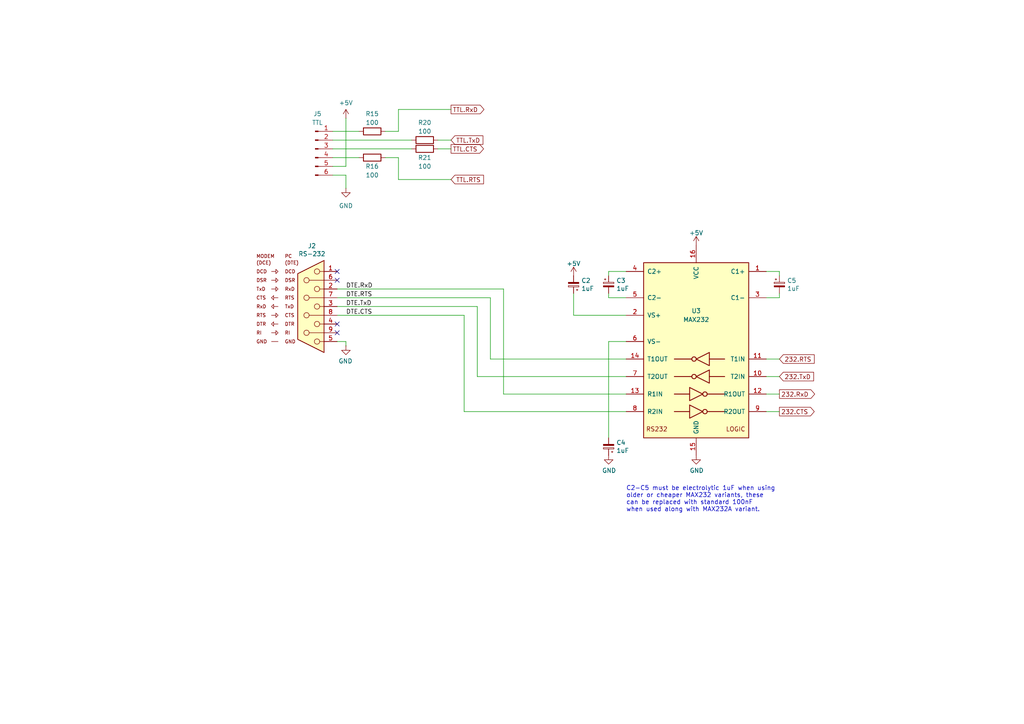
<source format=kicad_sch>
(kicad_sch (version 20231120) (generator "eeschema") (generator_version "8.0")
  (paper "A4")
  (title_block (title "BulkyModem Module (RS-232)") (rev "A"))
  (lib_symbols
    (symbol "Connector:Conn_01x06_Pin" (pin_names (offset 1.016) hide)
      (property "Reference" "J" (at 0 7.62 0))
      (property "Value" "Conn_01x06_Pin" (at 0 -10.16 0))
      (symbol "Conn_01x06_Pin_1_1"
        (polyline (pts (xy 1.27 -7.62) (xy 0.8636 -7.62)) (stroke (width 0.1524)))
        (polyline (pts (xy 1.27 -5.08) (xy 0.8636 -5.08)) (stroke (width 0.1524)))
        (polyline (pts (xy 1.27 -2.54) (xy 0.8636 -2.54)) (stroke (width 0.1524)))
        (polyline (pts (xy 1.27 0) (xy 0.8636 0)) (stroke (width 0.1524)))
        (polyline (pts (xy 1.27 2.54) (xy 0.8636 2.54)) (stroke (width 0.1524)))
        (polyline (pts (xy 1.27 5.08) (xy 0.8636 5.08)) (stroke (width 0.1524)))
        (rectangle (start 0.8636 -7.493) (end 0 -7.747) (stroke (width 0.1524)) (fill (type outline)))
        (rectangle (start 0.8636 -4.953) (end 0 -5.207) (stroke (width 0.1524)) (fill (type outline)))
        (rectangle (start 0.8636 -2.413) (end 0 -2.667) (stroke (width 0.1524)) (fill (type outline)))
        (rectangle (start 0.8636 0.127) (end 0 -0.127) (stroke (width 0.1524)) (fill (type outline)))
        (rectangle (start 0.8636 2.667) (end 0 2.413) (stroke (width 0.1524)) (fill (type outline)))
        (rectangle (start 0.8636 5.207) (end 0 4.953) (stroke (width 0.1524)) (fill (type outline)))
        (pin passive line (at 5.08 5.08 180) (length 3.81) (name "Pin_1") (number "1"))
        (pin passive line (at 5.08 2.54 180) (length 3.81) (name "Pin_2") (number "2"))
        (pin passive line (at 5.08 0 180) (length 3.81) (name "Pin_3") (number "3"))
        (pin passive line (at 5.08 -2.54 180) (length 3.81) (name "Pin_4") (number "4"))
        (pin passive line (at 5.08 -5.08 180) (length 3.81) (name "Pin_5") (number "5"))
        (pin passive line (at 5.08 -7.62 180) (length 3.81) (name "Pin_6") (number "6"))
      )
    )
    (symbol "Device:C_Polarized_Small" (pin_numbers hide) (pin_names (offset 0.254) hide)
      (property "Reference" "C" (at 0.254 1.778 0))
      (property "Value" "C_Polarized_Small" (at 0.254 -2.032 0))
      (symbol "C_Polarized_Small_0_1"
        (rectangle (start -1.524 -0.3048) (end 1.524 -0.6858) (fill (type outline)))
        (rectangle (start -1.524 0.6858) (end 1.524 0.3048))
        (polyline (pts (xy -1.27 1.524) (xy -0.762 1.524)))
        (polyline (pts (xy -1.016 1.27) (xy -1.016 1.778)))
      )
      (symbol "C_Polarized_Small_1_1"
        (pin passive line (at 0 2.54 270) (length 1.8542) (name "~") (number "1"))
        (pin passive line (at 0 -2.54 90) (length 1.8542) (name "~") (number "2"))
      )
    )
    (symbol "Device:R" (pin_numbers hide) (pin_names (offset 0))
      (property "Reference" "R" (at 2.032 0 90))
      (property "Value" "R" (at 0 0 90))
      (symbol "R_0_1"
        (rectangle (start -1.016 -2.54) (end 1.016 2.54) (stroke (width 0.254)))
      )
      (symbol "R_1_1"
        (pin passive line (at 0 3.81 270) (length 1.27) (name "~") (number "1"))
        (pin passive line (at 0 -3.81 90) (length 1.27) (name "~") (number "2"))
      )
    )
    (symbol "Interface_UART:MAX232" (pin_names (offset 1.016))
      (property "Reference" "U" (at -2.54 28.575 0))
      (property "Value" "MAX232" (at -2.54 26.67 0))
      (symbol "MAX232_0_0"
        (text "LOGIC" (at -11.43 -22.86 0) (effects (font (size 1.27 1.27))))
        (text "RS232" (at 11.43 -22.86 0) (effects (font (size 1.27 1.27))))
      )
      (symbol "MAX232_0_1"
        (rectangle (start -15.24 -25.4) (end 15.24 25.4) (stroke (width 0.254)) (fill (type background)))
        (circle (center -2.54 -17.78) (radius 0.635) (stroke (width 0.254)))
        (circle (center -2.54 -12.7) (radius 0.635) (stroke (width 0.254)))
        (polyline (pts (xy -3.81 -7.62) (xy -8.255 -7.62)) (stroke (width 0.254)))
        (polyline (pts (xy -3.81 -2.54) (xy -8.255 -2.54)) (stroke (width 0.254)))
        (polyline (pts (xy -3.175 -17.78) (xy -8.255 -17.78)) (stroke (width 0.254)))
        (polyline (pts (xy -3.175 -12.7) (xy -8.255 -12.7)) (stroke (width 0.254)))
        (polyline (pts (xy 1.27 -7.62) (xy 6.35 -7.62)) (stroke (width 0.254)))
        (polyline (pts (xy 1.27 -2.54) (xy 6.35 -2.54)) (stroke (width 0.254)))
        (polyline (pts (xy 1.905 -17.78) (xy 6.35 -17.78)) (stroke (width 0.254)))
        (polyline (pts (xy 1.905 -12.7) (xy 6.35 -12.7)) (stroke (width 0.254)))
        (polyline (pts (xy -3.81 -5.715) (xy -3.81 -9.525) (xy 0 -7.62) (xy -3.81 -5.715)) (stroke (width 0.254)))
        (polyline (pts (xy -3.81 -0.635) (xy -3.81 -4.445) (xy 0 -2.54) (xy -3.81 -0.635)) (stroke (width 0.254)))
        (polyline (pts (xy 1.905 -15.875) (xy 1.905 -19.685) (xy -1.905 -17.78) (xy 1.905 -15.875)) (stroke (width 0.254)))
        (polyline (pts (xy 1.905 -10.795) (xy 1.905 -14.605) (xy -1.905 -12.7) (xy 1.905 -10.795)) (stroke (width 0.254)))
        (circle (center 0.635 -7.62) (radius 0.635) (stroke (width 0.254)))
        (circle (center 0.635 -2.54) (radius 0.635) (stroke (width 0.254)))
      )
      (symbol "MAX232_1_1"
        (pin passive line (at -20.32 22.86 0) (length 5.08) (name "C1+") (number "1"))
        (pin input line (at -20.32 -7.62 0) (length 5.08) (name "T2IN") (number "10"))
        (pin input line (at -20.32 -2.54 0) (length 5.08) (name "T1IN") (number "11"))
        (pin output line (at -20.32 -12.7 0) (length 5.08) (name "R1OUT") (number "12"))
        (pin input line (at 20.32 -12.7 180) (length 5.08) (name "R1IN") (number "13"))
        (pin output line (at 20.32 -2.54 180) (length 5.08) (name "T1OUT") (number "14"))
        (pin power_in line (at 0 -30.48 90) (length 5.08) (name "GND") (number "15"))
        (pin power_in line (at 0 30.48 270) (length 5.08) (name "VCC") (number "16"))
        (pin power_out line (at 20.32 10.16 180) (length 5.08) (name "VS+") (number "2"))
        (pin passive line (at -20.32 15.24 0) (length 5.08) (name "C1-") (number "3"))
        (pin passive line (at 20.32 22.86 180) (length 5.08) (name "C2+") (number "4"))
        (pin passive line (at 20.32 15.24 180) (length 5.08) (name "C2-") (number "5"))
        (pin power_out line (at 20.32 2.54 180) (length 5.08) (name "VS-") (number "6"))
        (pin output line (at 20.32 -7.62 180) (length 5.08) (name "T2OUT") (number "7"))
        (pin input line (at 20.32 -17.78 180) (length 5.08) (name "R2IN") (number "8"))
        (pin output line (at -20.32 -17.78 0) (length 5.08) (name "R2OUT") (number "9"))
      )
    )
    (symbol "power:+5V" (power) (pin_numbers hide) (pin_names (offset 0) hide)
      (property "Value" "+5V" (at 0 3.556 0))
      (symbol "+5V_0_1"
        (polyline (pts (xy -0.762 1.27) (xy 0 2.54)))
        (polyline (pts (xy 0 0) (xy 0 2.54)))
        (polyline (pts (xy 0 2.54) (xy 0.762 1.27)))
      )
      (symbol "+5V_1_1"
        (pin power_in line (at 0 0 90) (length 0) (name "~") (number "1"))
      )
    )
    (symbol "power:GND" (power) (pin_numbers hide) (pin_names (offset 0) hide)
      (property "Value" "GND" (at 0 -3.81 0))
      (symbol "GND_0_1"
        (polyline (pts (xy 0 0) (xy 0 -1.27) (xy 1.27 -1.27) (xy 0 -2.54) (xy -1.27 -1.27) (xy 0 -1.27)))
      )
      (symbol "GND_1_1"
        (pin power_in line (at 0 0 270) (length 0) (name "~") (number "1"))
      )
    )
    (symbol "rs232_port:RS232_DTE" (pin_names (offset 1.016) hide)
      (property "Reference" "J" (at 0 13.97 0))
      (property "Value" "RS232_DTE" (at 0 -14.605 0))
      (symbol "RS232_DTE_0_0"
        (text "DSR" (at 15.875 7.62 0) (effects (font (size 0.9906 0.9906)) (justify right)))
      )
      (symbol "RS232_DTE_0_1"
        (circle (center -1.778 -10.16) (radius 0.762))
        (circle (center -1.778 -5.08) (radius 0.762))
        (circle (center -1.778 0) (radius 0.762))
        (circle (center -1.778 5.08) (radius 0.762))
        (circle (center -1.778 10.16) (radius 0.762))
        (polyline (pts (xy -3.81 -10.16) (xy -2.54 -10.16)))
        (polyline (pts (xy -3.81 -7.62) (xy 0.508 -7.62)))
        (polyline (pts (xy -3.81 -5.08) (xy -2.54 -5.08)))
        (polyline (pts (xy -3.81 -2.54) (xy 0.508 -2.54)))
        (polyline (pts (xy -3.81 0) (xy -2.54 0)))
        (polyline (pts (xy -3.81 2.54) (xy 0.508 2.54)))
        (polyline (pts (xy -3.81 5.08) (xy -2.54 5.08)))
        (polyline (pts (xy -3.81 7.62) (xy 0.508 7.62)))
        (polyline (pts (xy -3.81 10.16) (xy -2.54 10.16)))
        (polyline (pts (xy -3.81 13.335) (xy -3.81 -13.335) (xy 3.81 -9.525) (xy 3.81 9.525) (xy -3.81 13.335)) (stroke (width 0.254)) (fill (type background)))
        (circle (center 1.27 -7.62) (radius 0.762))
        (circle (center 1.27 -2.54) (radius 0.762))
        (circle (center 1.27 2.54) (radius 0.762))
        (circle (center 1.27 7.62) (radius 0.762))
      )
      (symbol "RS232_DTE_1_1"
        (polyline (pts (xy 10.16 -7.62) (xy 11.43 -7.62)))
        (polyline (pts (xy 10.16 -2.54) (xy 11.43 -2.54)))
        (polyline (pts (xy 10.16 5.08) (xy 11.43 5.08)))
        (polyline (pts (xy 10.16 7.62) (xy 11.43 7.62)))
        (polyline (pts (xy 10.16 10.16) (xy 11.43 10.16)))
        (polyline (pts (xy 10.795 -5.08) (xy 9.525 -5.08)))
        (polyline (pts (xy 10.795 0) (xy 9.525 0)))
        (polyline (pts (xy 10.795 2.54) (xy 9.525 2.54)))
        (polyline (pts (xy 11.43 -10.16) (xy 9.525 -10.16)))
        (polyline (pts (xy 9.525 -7.62) (xy 10.16 -6.985) (xy 10.16 -8.255) (xy 9.525 -7.62)))
        (polyline (pts (xy 9.525 -2.54) (xy 10.16 -1.905) (xy 10.16 -3.175) (xy 9.525 -2.54)))
        (polyline (pts (xy 9.525 5.08) (xy 10.16 5.715) (xy 10.16 4.445) (xy 9.525 5.08)))
        (polyline (pts (xy 9.525 7.62) (xy 10.16 8.255) (xy 10.16 6.985) (xy 9.525 7.62)))
        (polyline (pts (xy 9.525 10.16) (xy 10.16 10.795) (xy 10.16 9.525) (xy 9.525 10.16)))
        (polyline (pts (xy 11.43 -5.08) (xy 10.795 -5.715) (xy 10.795 -4.445) (xy 11.43 -5.08)))
        (polyline (pts (xy 11.43 0) (xy 10.795 -0.635) (xy 10.795 0.635) (xy 11.43 0)))
        (polyline (pts (xy 11.43 2.54) (xy 10.795 1.905) (xy 10.795 3.175) (xy 11.43 2.54)))
        (text "(DCE)" (at 15.875 12.7 0) (effects (font (size 0.9906 0.9906)) (justify right)))
        (text "(DTE)" (at 7.62 12.7 0) (effects (font (size 0.9906 0.9906)) (justify right)))
        (text "CTS" (at 7.62 -2.54 0) (effects (font (size 0.9906 0.9906)) (justify right)))
        (text "CTS" (at 15.875 2.54 0) (effects (font (size 0.9906 0.9906)) (justify right)))
        (text "DCD" (at 7.62 10.16 0) (effects (font (size 0.9906 0.9906)) (justify right)))
        (text "DCD" (at 15.875 10.16 0) (effects (font (size 0.9906 0.9906)) (justify right)))
        (text "DSR" (at 7.62 7.62 0) (effects (font (size 0.9906 0.9906)) (justify right)))
        (text "DTR" (at 7.62 -5.08 0) (effects (font (size 0.9906 0.9906)) (justify right)))
        (text "DTR" (at 15.875 -5.08 0) (effects (font (size 0.9906 0.9906)) (justify right)))
        (text "GND" (at 7.62 -10.16 0) (effects (font (size 0.9906 0.9906)) (justify right)))
        (text "GND" (at 15.875 -10.16 0) (effects (font (size 0.9906 0.9906)) (justify right)))
        (text "MODEM" (at 15.875 14.605 0) (effects (font (size 0.9906 0.9906)) (justify right)))
        (text "PC" (at 7.62 14.605 0) (effects (font (size 0.9906 0.9906)) (justify right)))
        (text "RI" (at 7.62 -7.62 0) (effects (font (size 0.9906 0.9906)) (justify right)))
        (text "RI" (at 15.875 -7.62 0) (effects (font (size 0.9906 0.9906)) (justify right)))
        (text "RTS" (at 7.62 2.54 0) (effects (font (size 0.9906 0.9906)) (justify right)))
        (text "RTS" (at 15.875 -2.54 0) (effects (font (size 0.9906 0.9906)) (justify right)))
        (text "RxD" (at 7.62 5.08 0) (effects (font (size 0.9906 0.9906)) (justify right)))
        (text "RxD" (at 15.875 0 0) (effects (font (size 0.9906 0.9906)) (justify right)))
        (text "TxD" (at 7.62 0 0) (effects (font (size 0.9906 0.9906)) (justify right)))
        (text "TxD" (at 15.875 5.08 0) (effects (font (size 0.9906 0.9906)) (justify right)))
        (pin output line (at -7.62 10.16 0) (length 3.81) (name "1") (number "1"))
        (pin output line (at -7.62 5.08 0) (length 3.81) (name "2") (number "2"))
        (pin input line (at -7.62 0 0) (length 3.81) (name "3") (number "3"))
        (pin input line (at -7.62 -5.08 0) (length 3.81) (name "4") (number "4"))
        (pin passive line (at -7.62 -10.16 0) (length 3.81) (name "5") (number "5"))
        (pin output line (at -7.62 7.62 0) (length 3.81) (name "6") (number "6"))
        (pin input line (at -7.62 2.54 0) (length 3.81) (name "7") (number "7"))
        (pin output line (at -7.62 -2.54 0) (length 3.81) (name "8") (number "8"))
        (pin output line (at -7.62 -7.62 0) (length 3.81) (name "9") (number "9"))
      )
    )
  )
  (no_connect (at 97.79 78.74))
  (no_connect (at 97.79 96.52))
  (no_connect (at 97.79 93.98))
  (no_connect (at 97.79 81.28))
  (wire (pts (xy 176.53 78.74) (xy 181.61 78.74)))
  (wire (pts (xy 142.24 104.14) (xy 181.61 104.14)))
  (wire (pts (xy 100.33 50.8) (xy 100.33 54.61)))
  (wire (pts (xy 166.37 91.44) (xy 181.61 91.44)))
  (wire (pts (xy 226.06 85.09) (xy 226.06 86.36)))
  (wire (pts (xy 127 40.64) (xy 130.81 40.64)))
  (wire (pts (xy 115.57 52.07) (xy 130.81 52.07)))
  (wire (pts (xy 115.57 45.72) (xy 115.57 52.07)))
  (wire (pts (xy 100.33 99.06) (xy 100.33 100.33)))
  (wire (pts (xy 138.43 109.22) (xy 138.43 88.9)))
  (wire (pts (xy 176.53 99.06) (xy 181.61 99.06)))
  (wire (pts (xy 222.25 114.3) (xy 226.06 114.3)))
  (wire (pts (xy 222.25 109.22) (xy 226.06 109.22)))
  (wire (pts (xy 181.61 119.38) (xy 134.62 119.38)))
  (wire (pts (xy 166.37 85.09) (xy 166.37 91.44)))
  (wire (pts (xy 96.52 38.1) (xy 104.14 38.1)))
  (wire (pts (xy 96.52 40.64) (xy 119.38 40.64)))
  (wire (pts (xy 97.79 83.82) (xy 146.05 83.82)))
  (wire (pts (xy 111.76 38.1) (xy 115.57 38.1)))
  (wire (pts (xy 115.57 38.1) (xy 115.57 31.75)))
  (wire (pts (xy 134.62 119.38) (xy 134.62 91.44)))
  (wire (pts (xy 176.53 85.09) (xy 176.53 86.36)))
  (wire (pts (xy 96.52 43.18) (xy 119.38 43.18)))
  (wire (pts (xy 146.05 83.82) (xy 146.05 114.3)))
  (wire (pts (xy 96.52 50.8) (xy 100.33 50.8)))
  (wire (pts (xy 127 43.18) (xy 130.81 43.18)))
  (wire (pts (xy 226.06 78.74) (xy 226.06 80.01)))
  (wire (pts (xy 176.53 99.06) (xy 176.53 127)))
  (wire (pts (xy 226.06 78.74) (xy 222.25 78.74)))
  (wire (pts (xy 138.43 88.9) (xy 97.79 88.9)))
  (wire (pts (xy 96.52 48.26) (xy 100.33 48.26)))
  (wire (pts (xy 111.76 45.72) (xy 115.57 45.72)))
  (wire (pts (xy 176.53 78.74) (xy 176.53 80.01)))
  (wire (pts (xy 97.79 99.06) (xy 100.33 99.06)))
  (wire (pts (xy 181.61 109.22) (xy 138.43 109.22)))
  (wire (pts (xy 146.05 114.3) (xy 181.61 114.3)))
  (wire (pts (xy 222.25 104.14) (xy 226.06 104.14)))
  (wire (pts (xy 222.25 119.38) (xy 226.06 119.38)))
  (wire (pts (xy 142.24 86.36) (xy 142.24 104.14)))
  (wire (pts (xy 97.79 86.36) (xy 142.24 86.36)))
  (wire (pts (xy 226.06 86.36) (xy 222.25 86.36)))
  (wire (pts (xy 176.53 86.36) (xy 181.61 86.36)))
  (wire (pts (xy 134.62 91.44) (xy 97.79 91.44)))
  (wire (pts (xy 96.52 45.72) (xy 104.14 45.72)))
  (wire (pts (xy 100.33 34.29) (xy 100.33 48.26)))
  (wire (pts (xy 115.57 31.75) (xy 130.81 31.75)))
  (text "C2-C5 must be electrolytic 1uF when using\nolder or cheaper MAX232 variants, these\ncan be replaced with standard 100nF\nwhen used along with MAX232A variant." (at 181.61 148.59 0) (effects (font (size 1.27 1.27)) (justify left bottom)))
  (label "DTE.RTS" (at 100.33 86.36 0))
  (label "DTE.RxD" (at 100.33 83.82 0))
  (label "DTE.CTS" (at 100.33 91.44 0))
  (label "DTE.TxD" (at 100.33 88.9 0))
  (global_label "232.RTS" (shape input) (at 226.06 104.14 0) (property "Intersheetrefs" "${INTERSHEET_REFS}" (effects (hide yes))))
  (global_label "TTL.RTS" (shape input) (at 130.81 52.07 0) (property "Intersheetrefs" "${INTERSHEET_REFS}" (effects (hide yes))))
  (global_label "TTL.CTS" (shape output) (at 130.81 43.18 0) (property "Intersheetrefs" "${INTERSHEET_REFS}" (effects (hide yes))))
  (global_label "232.CTS" (shape output) (at 226.06 119.38 0) (property "Intersheetrefs" "${INTERSHEET_REFS}" (effects (hide yes))))
  (global_label "232.TxD" (shape input) (at 226.06 109.22 0) (property "Intersheetrefs" "${INTERSHEET_REFS}" (effects (hide yes))))
  (global_label "TTL.RxD" (shape output) (at 130.81 31.75 0) (property "Intersheetrefs" "${INTERSHEET_REFS}" (effects (hide yes))))
  (global_label "232.RxD" (shape output) (at 226.06 114.3 0) (property "Intersheetrefs" "${INTERSHEET_REFS}" (effects (hide yes))))
  (global_label "TTL.TxD" (shape input) (at 130.81 40.64 0) (property "Intersheetrefs" "${INTERSHEET_REFS}" (effects (hide yes))))
  (symbol (lib_id "Interface_UART:MAX232") (at 201.93 101.6 0) (mirror y) (unit 1)
    (property "Reference" "U3" (at 201.93 90.17 0))
    (property "Value" "MAX232" (at 201.93 92.71 0))
    (property "Footprint" "Package_DIP:DIP-16_W7.62mm_Socket_LongPads" (effects (hide yes)))
    (property "Datasheet" "http://www.ti.com/lit/ds/symlink/max232.pdf" (effects (hide yes)))
    (property "Description" "Dual RS232 driver/receiver, 5V supply, 120kb/s, 0C-70C" (effects (hide yes)))
  )
  (symbol (lib_id "power:GND") (at 201.93 132.08 0) (unit 1)
    (property "Reference" "#PWR0111" (effects (hide yes)))
    (property "Value" "GND" (at 202.057 136.4742 0))
    (property "Description" "Power symbol creates a global label with name \"GND\" , ground" (effects (hide yes)))
  )
  (symbol (lib_id "power:+5V") (at 201.93 71.12 0) (unit 1)
    (property "Reference" "#PWR0112" (effects (hide yes)))
    (property "Value" "+5V" (at 201.93 67.564 0))
    (property "Description" "Power symbol creates a global label with name \"+5V\"" (effects (hide yes)))
  )
  (symbol (lib_id "power:+5V") (at 166.37 80.01 0) (unit 1)
    (property "Reference" "#PWR0113" (effects (hide yes)))
    (property "Value" "+5V" (at 166.37 76.454 0))
    (property "Description" "Power symbol creates a global label with name \"+5V\"" (effects (hide yes)))
  )
  (symbol (lib_id "power:GND") (at 176.53 132.08 0) (unit 1)
    (property "Reference" "#PWR0114" (effects (hide yes)))
    (property "Value" "GND" (at 176.657 136.4742 0))
    (property "Description" "Power symbol creates a global label with name \"GND\" , ground" (effects (hide yes)))
  )
  (symbol (lib_id "rs232_port:RS232_DTE") (at 90.17 88.9 0) (mirror y) (unit 1)
    (property "Reference" "J2" (at 90.4748 71.3232 0))
    (property "Value" "RS-232" (at 90.4748 73.6346 0))
    (property "Footprint" "RND_DSUB:DSUB-9_Female_Horizontal_P2.77x2.84mm_EdgePinOffset7.70mm_Housed_MountingHolesOffset9.12mm" (effects (hide yes)))
    (property "Datasheet" " ~" (effects (hide yes)))
    (property "Description" "9-pin male D-SUB connector" (effects (hide yes)))
  )
  (symbol (lib_id "power:GND") (at 100.33 100.33 0) (mirror y) (unit 1)
    (property "Reference" "#PWR0115" (effects (hide yes)))
    (property "Value" "GND" (at 100.203 104.7242 0))
    (property "Description" "Power symbol creates a global label with name \"GND\" , ground" (effects (hide yes)))
  )
  (symbol (lib_id "Device:C_Polarized_Small") (at 226.06 82.55 0) (unit 1)
    (property "Reference" "C5" (at 228.2952 81.3816 0) (effects (justify left)))
    (property "Value" "1uF" (at 228.2952 83.693 0) (effects (justify left)))
    (property "Footprint" "BulkyModem:CP_Radial_D4.0mm_P2.00mm_Custom" (effects (hide yes)))
    (property "Description" "Polarized capacitor, small symbol" (effects (hide yes)))
  )
  (symbol (lib_id "Device:C_Polarized_Small") (at 176.53 82.55 0) (unit 1)
    (property "Reference" "C3" (at 178.7652 81.3816 0) (effects (justify left)))
    (property "Value" "1uF" (at 178.7652 83.693 0) (effects (justify left)))
    (property "Footprint" "BulkyModem:CP_Radial_D4.0mm_P2.00mm_Custom" (effects (hide yes)))
    (property "Description" "Polarized capacitor, small symbol" (effects (hide yes)))
  )
  (symbol (lib_id "Device:C_Polarized_Small") (at 166.37 82.55 180) (unit 1)
    (property "Reference" "C2" (at 168.6052 81.3816 0) (effects (justify right)))
    (property "Value" "1uF" (at 168.6052 83.693 0) (effects (justify right)))
    (property "Footprint" "BulkyModem:CP_Radial_D4.0mm_P2.00mm_Custom" (effects (hide yes)))
    (property "Description" "Polarized capacitor, small symbol" (effects (hide yes)))
  )
  (symbol (lib_id "Device:C_Polarized_Small") (at 176.53 129.54 180) (unit 1)
    (property "Reference" "C4" (at 178.7652 128.3716 0) (effects (justify right)))
    (property "Value" "1uF" (at 178.7652 130.683 0) (effects (justify right)))
    (property "Footprint" "BulkyModem:CP_Radial_D4.0mm_P2.00mm_Custom" (effects (hide yes)))
    (property "Description" "Polarized capacitor, small symbol" (effects (hide yes)))
  )
  (symbol (lib_id "power:+5V") (at 100.33 34.29 0) (unit 1)
    (property "Reference" "#PWR08" (effects (hide yes)))
    (property "Value" "+5V" (at 100.33 29.845 0))
    (property "Description" "Power symbol creates a global label with name \"+5V\"" (effects (hide yes)))
  )
  (symbol (lib_id "Device:R") (at 107.95 38.1 270) (unit 1)
    (property "Reference" "R15" (at 107.95 33.02 90))
    (property "Value" "100" (at 107.95 35.56 90))
    (property "Footprint" "resistor:R_Axial_DIN0207_L6.3mm_D2.5mm_P10.16mm_Horizontal" (effects (hide yes)))
    (property "Description" "Resistor" (effects (hide yes)))
  )
  (symbol (lib_id "Device:R") (at 107.95 45.72 270) (mirror x) (unit 1)
    (property "Reference" "R16" (at 107.95 48.26 90))
    (property "Value" "100" (at 107.95 50.8 90))
    (property "Footprint" "resistor:R_Axial_DIN0207_L6.3mm_D2.5mm_P10.16mm_Horizontal" (effects (hide yes)))
    (property "Description" "Resistor" (effects (hide yes)))
  )
  (symbol (lib_id "power:GND") (at 100.33 54.61 0) (unit 1)
    (property "Reference" "#PWR09" (effects (hide yes)))
    (property "Value" "GND" (at 100.33 59.69 0))
    (property "Description" "Power symbol creates a global label with name \"GND\" , ground" (effects (hide yes)))
  )
  (symbol (lib_id "Connector:Conn_01x06_Pin") (at 91.44 43.18 0) (unit 1)
    (property "Reference" "J5" (at 92.075 33.02 0))
    (property "Value" "TTL" (at 92.075 35.56 0))
    (property "Description" "Generic connector, single row, 01x06, script generated" (effects (hide yes)))
  )
  (symbol (lib_id "Device:R") (at 123.19 43.18 270) (mirror x) (unit 1)
    (property "Reference" "R21" (at 123.19 45.72 90))
    (property "Value" "100" (at 123.19 48.26 90))
    (property "Footprint" "resistor:R_Axial_DIN0207_L6.3mm_D2.5mm_P10.16mm_Horizontal" (effects (hide yes)))
    (property "Description" "Resistor" (effects (hide yes)))
  )
  (symbol (lib_id "Device:R") (at 123.19 40.64 270) (unit 1)
    (property "Reference" "R20" (at 123.19 35.56 90))
    (property "Value" "100" (at 123.19 38.1 90))
    (property "Footprint" "resistor:R_Axial_DIN0207_L6.3mm_D2.5mm_P10.16mm_Horizontal" (effects (hide yes)))
    (property "Description" "Resistor" (effects (hide yes)))
  )
)
</source>
